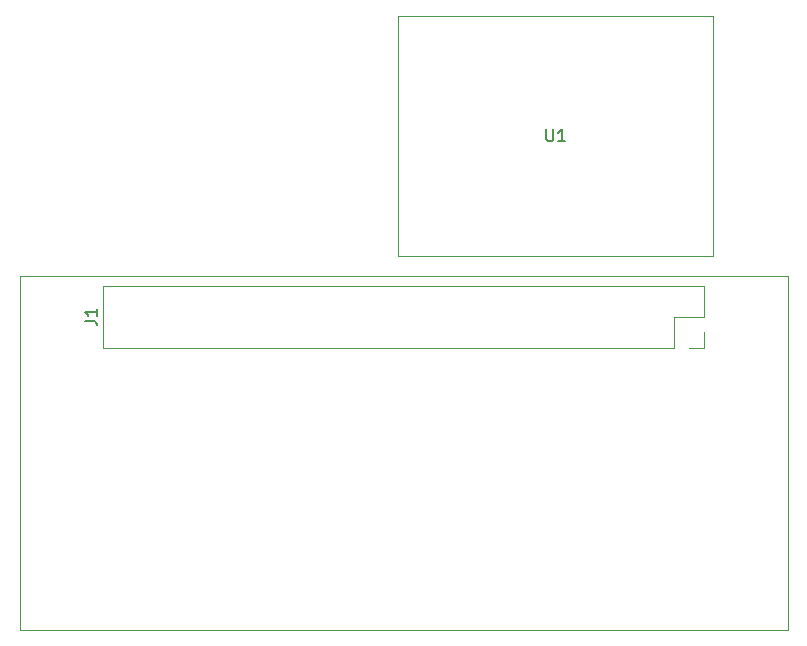
<source format=gbr>
G04 #@! TF.GenerationSoftware,KiCad,Pcbnew,(5.1.4)-1*
G04 #@! TF.CreationDate,2020-03-08T13:48:27-05:00*
G04 #@! TF.ProjectId,BigBrother,42696742-726f-4746-9865-722e6b696361,rev?*
G04 #@! TF.SameCoordinates,Original*
G04 #@! TF.FileFunction,Legend,Top*
G04 #@! TF.FilePolarity,Positive*
%FSLAX46Y46*%
G04 Gerber Fmt 4.6, Leading zero omitted, Abs format (unit mm)*
G04 Created by KiCad (PCBNEW (5.1.4)-1) date 2020-03-08 13:48:27*
%MOMM*%
%LPD*%
G04 APERTURE LIST*
%ADD10C,0.120000*%
%ADD11C,0.150000*%
G04 APERTURE END LIST*
D10*
X120035000Y-84105000D02*
X120035000Y-78905000D01*
X168355000Y-84105000D02*
X120035000Y-84105000D01*
X170955000Y-78905000D02*
X120035000Y-78905000D01*
X168355000Y-84105000D02*
X168355000Y-81505000D01*
X168355000Y-81505000D02*
X170955000Y-81505000D01*
X170955000Y-81505000D02*
X170955000Y-78905000D01*
X169625000Y-84105000D02*
X170955000Y-84105000D01*
X170955000Y-84105000D02*
X170955000Y-82775000D01*
X178000000Y-78000000D02*
X178000000Y-108000000D01*
X178000000Y-78000000D02*
X113000000Y-78000000D01*
X178000000Y-108000000D02*
X113025400Y-108000000D01*
X113000000Y-78000000D02*
X113000000Y-108000000D01*
X171670000Y-56000000D02*
X145000000Y-56000000D01*
X171670000Y-76320000D02*
X171670000Y-56000000D01*
X145000000Y-76320000D02*
X171670000Y-76320000D01*
X145000000Y-56000000D02*
X145000000Y-76320000D01*
D11*
X118497380Y-81838333D02*
X119211666Y-81838333D01*
X119354523Y-81885952D01*
X119449761Y-81981190D01*
X119497380Y-82124047D01*
X119497380Y-82219285D01*
X119497380Y-80838333D02*
X119497380Y-81409761D01*
X119497380Y-81124047D02*
X118497380Y-81124047D01*
X118640238Y-81219285D01*
X118735476Y-81314523D01*
X118783095Y-81409761D01*
X157573095Y-65612380D02*
X157573095Y-66421904D01*
X157620714Y-66517142D01*
X157668333Y-66564761D01*
X157763571Y-66612380D01*
X157954047Y-66612380D01*
X158049285Y-66564761D01*
X158096904Y-66517142D01*
X158144523Y-66421904D01*
X158144523Y-65612380D01*
X159144523Y-66612380D02*
X158573095Y-66612380D01*
X158858809Y-66612380D02*
X158858809Y-65612380D01*
X158763571Y-65755238D01*
X158668333Y-65850476D01*
X158573095Y-65898095D01*
M02*

</source>
